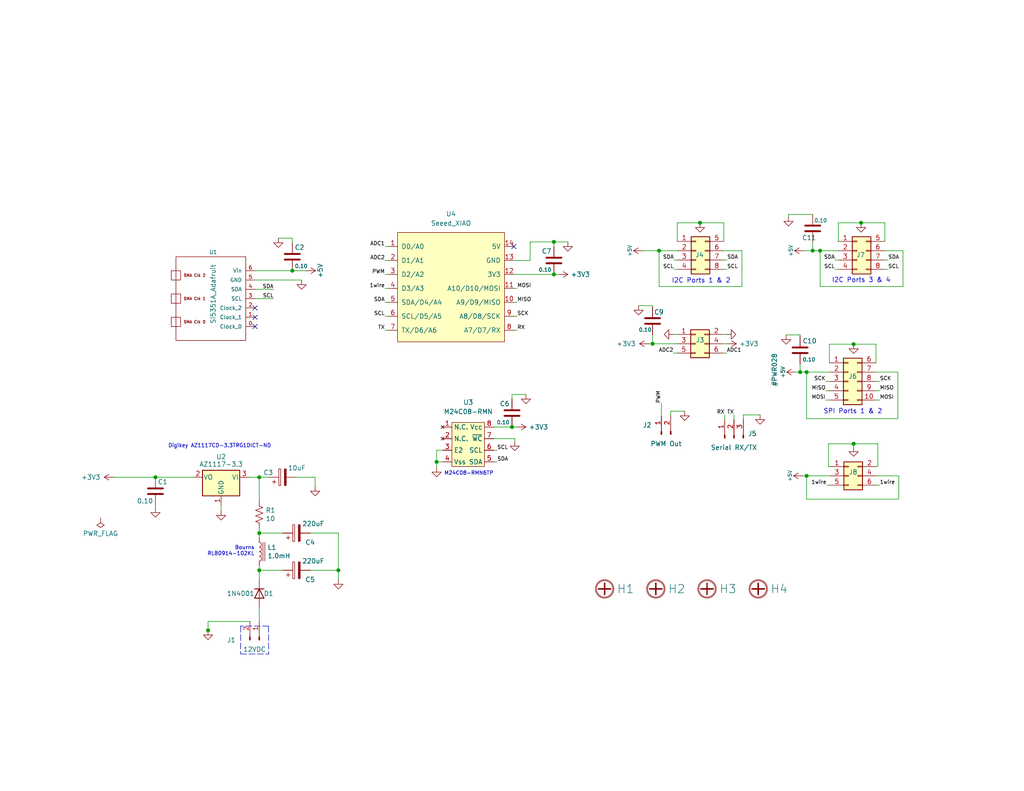
<source format=kicad_sch>
(kicad_sch (version 20211123) (generator eeschema)
  (paper "A")
  (title_block (title "UDVBM-1 Universal Digital VFO/BFO Motherboard") (date "2022-03-20") (rev "C"))
  (lib_symbols
    (symbol "Conn_02x03_Odd_Even_1" (pin_names (offset 1.016) hide)
      (property "Reference" "J17" (at 1.27 6.096 0))
      (property "Value" "Conn_02x03_Odd_Even_1" (at 1.27 -6.096 0))
      (symbol "Conn_02x03_Odd_Even_1_1_1"
        (rectangle (start -1.27 -2.413) (end 0 -2.667) (stroke (width 0.1524)))
        (rectangle (start -1.27 0.127) (end 0 -0.127) (stroke (width 0.1524)))
        (rectangle (start -1.27 2.667) (end 0 2.413) (stroke (width 0.1524)))
        (rectangle (start -1.27 3.81) (end 3.81 -3.81) (stroke (width 0.254)) (fill (type background)))
        (rectangle (start 3.81 -2.413) (end 2.54 -2.667) (stroke (width 0.1524)))
        (rectangle (start 3.81 0.127) (end 2.54 -0.127) (stroke (width 0.1524)))
        (rectangle (start 3.81 2.667) (end 2.54 2.413) (stroke (width 0.1524)))
        (pin passive line (at -5.08 2.54 0) (length 3.81) (name "Pin_1") (number "1"))
        (pin passive line (at 7.62 2.54 180) (length 3.81) (name "Pin_2") (number "2"))
        (pin passive line (at -5.08 0 0) (length 3.81) (name "Pin_3") (number "3"))
        (pin passive line (at 7.62 0 180) (length 3.81) (name "Pin_4") (number "4"))
        (pin passive line (at -5.08 -2.54 0) (length 3.81) (name "Pin_5") (number "5"))
        (pin passive line (at 7.62 -2.54 180) (length 3.81) (name "Pin_6") (number "6"))
      )
    )
    (symbol "Connector:Conn_01x02_Male" (pin_names (offset 1.016) hide)
      (property "Reference" "J" (at 0 2.54 0))
      (property "Value" "Conn_01x02_Male" (at 0 -5.08 0))
      (symbol "Conn_01x02_Male_1_1"
        (polyline (pts (xy 1.27 -2.54) (xy 0.8636 -2.54)) (stroke (width 0.1524)))
        (polyline (pts (xy 1.27 0) (xy 0.8636 0)) (stroke (width 0.1524)))
        (rectangle (start 0.8636 -2.413) (end 0 -2.667) (stroke (width 0.1524)) (fill (type outline)))
        (rectangle (start 0.8636 0.127) (end 0 -0.127) (stroke (width 0.1524)) (fill (type outline)))
        (pin passive line (at 5.08 0 180) (length 3.81) (name "Pin_1") (number "1"))
        (pin passive line (at 5.08 -2.54 180) (length 3.81) (name "Pin_2") (number "2"))
      )
    )
    (symbol "Connector:Conn_01x03_Male" (pin_names (offset 1.016) hide)
      (property "Reference" "J" (at 0 5.08 0))
      (property "Value" "Conn_01x03_Male" (at 0 -5.08 0))
      (symbol "Conn_01x03_Male_1_1"
        (polyline (pts (xy 1.27 -2.54) (xy 0.8636 -2.54)) (stroke (width 0.1524)))
        (polyline (pts (xy 1.27 0) (xy 0.8636 0)) (stroke (width 0.1524)))
        (polyline (pts (xy 1.27 2.54) (xy 0.8636 2.54)) (stroke (width 0.1524)))
        (rectangle (start 0.8636 -2.413) (end 0 -2.667) (stroke (width 0.1524)) (fill (type outline)))
        (rectangle (start 0.8636 0.127) (end 0 -0.127) (stroke (width 0.1524)) (fill (type outline)))
        (rectangle (start 0.8636 2.667) (end 0 2.413) (stroke (width 0.1524)) (fill (type outline)))
        (pin passive line (at 5.08 2.54 180) (length 3.81) (name "Pin_1") (number "1"))
        (pin passive line (at 5.08 0 180) (length 3.81) (name "Pin_2") (number "2"))
        (pin passive line (at 5.08 -2.54 180) (length 3.81) (name "Pin_3") (number "3"))
      )
    )
    (symbol "Connector_Generic:Conn_02x04_Top_Bottom" (pin_names (offset 1.016) hide)
      (property "Reference" "J" (at 1.27 5.08 0))
      (property "Value" "Conn_02x04_Top_Bottom" (at 1.27 -7.62 0))
      (symbol "Conn_02x04_Top_Bottom_1_1"
        (rectangle (start -1.27 -4.953) (end 0 -5.207) (stroke (width 0.1524)))
        (rectangle (start -1.27 -2.413) (end 0 -2.667) (stroke (width 0.1524)))
        (rectangle (start -1.27 0.127) (end 0 -0.127) (stroke (width 0.1524)))
        (rectangle (start -1.27 2.667) (end 0 2.413) (stroke (width 0.1524)))
        (rectangle (start -1.27 3.81) (end 3.81 -6.35) (stroke (width 0.254)) (fill (type background)))
        (rectangle (start 3.81 -4.953) (end 2.54 -5.207) (stroke (width 0.1524)))
        (rectangle (start 3.81 -2.413) (end 2.54 -2.667) (stroke (width 0.1524)))
        (rectangle (start 3.81 0.127) (end 2.54 -0.127) (stroke (width 0.1524)))
        (rectangle (start 3.81 2.667) (end 2.54 2.413) (stroke (width 0.1524)))
        (pin passive line (at -5.08 2.54 0) (length 3.81) (name "Pin_1") (number "1"))
        (pin passive line (at -5.08 0 0) (length 3.81) (name "Pin_2") (number "2"))
        (pin passive line (at -5.08 -2.54 0) (length 3.81) (name "Pin_3") (number "3"))
        (pin passive line (at -5.08 -5.08 0) (length 3.81) (name "Pin_4") (number "4"))
        (pin passive line (at 7.62 2.54 180) (length 3.81) (name "Pin_5") (number "5"))
        (pin passive line (at 7.62 0 180) (length 3.81) (name "Pin_6") (number "6"))
        (pin passive line (at 7.62 -2.54 180) (length 3.81) (name "Pin_7") (number "7"))
        (pin passive line (at 7.62 -5.08 180) (length 3.81) (name "Pin_8") (number "8"))
      )
    )
    (symbol "Connector_Generic:Conn_02x05_Top_Bottom" (pin_names (offset 1.016) hide)
      (property "Reference" "J" (at 1.27 7.62 0))
      (property "Value" "Conn_02x05_Top_Bottom" (at 1.27 -7.62 0))
      (symbol "Conn_02x05_Top_Bottom_1_1"
        (rectangle (start -1.27 -4.953) (end 0 -5.207) (stroke (width 0.1524)))
        (rectangle (start -1.27 -2.413) (end 0 -2.667) (stroke (width 0.1524)))
        (rectangle (start -1.27 0.127) (end 0 -0.127) (stroke (width 0.1524)))
        (rectangle (start -1.27 2.667) (end 0 2.413) (stroke (width 0.1524)))
        (rectangle (start -1.27 5.207) (end 0 4.953) (stroke (width 0.1524)))
        (rectangle (start -1.27 6.35) (end 3.81 -6.35) (stroke (width 0.254)) (fill (type background)))
        (rectangle (start 3.81 -4.953) (end 2.54 -5.207) (stroke (width 0.1524)))
        (rectangle (start 3.81 -2.413) (end 2.54 -2.667) (stroke (width 0.1524)))
        (rectangle (start 3.81 0.127) (end 2.54 -0.127) (stroke (width 0.1524)))
        (rectangle (start 3.81 2.667) (end 2.54 2.413) (stroke (width 0.1524)))
        (rectangle (start 3.81 5.207) (end 2.54 4.953) (stroke (width 0.1524)))
        (pin passive line (at -5.08 5.08 0) (length 3.81) (name "Pin_1") (number "1"))
        (pin passive line (at 7.62 -5.08 180) (length 3.81) (name "Pin_10") (number "10"))
        (pin passive line (at -5.08 2.54 0) (length 3.81) (name "Pin_2") (number "2"))
        (pin passive line (at -5.08 0 0) (length 3.81) (name "Pin_3") (number "3"))
        (pin passive line (at -5.08 -2.54 0) (length 3.81) (name "Pin_4") (number "4"))
        (pin passive line (at -5.08 -5.08 0) (length 3.81) (name "Pin_5") (number "5"))
        (pin passive line (at 7.62 5.08 180) (length 3.81) (name "Pin_6") (number "6"))
        (pin passive line (at 7.62 2.54 180) (length 3.81) (name "Pin_7") (number "7"))
        (pin passive line (at 7.62 0 180) (length 3.81) (name "Pin_8") (number "8"))
        (pin passive line (at 7.62 -2.54 180) (length 3.81) (name "Pin_9") (number "9"))
      )
    )
    (symbol "Device:C" (pin_numbers hide) (pin_names (offset 0.254))
      (property "Reference" "C" (at 0.635 2.54 0))
      (property "Value" "C" (at 0.635 -2.54 0))
      (symbol "C_0_1"
        (polyline (pts (xy -2.032 -0.762) (xy 2.032 -0.762)) (stroke (width 0.508)))
        (polyline (pts (xy -2.032 0.762) (xy 2.032 0.762)) (stroke (width 0.508)))
      )
      (symbol "C_1_1"
        (pin passive line (at 0 3.81 270) (length 2.794) (name "~") (number "1"))
        (pin passive line (at 0 -3.81 90) (length 2.794) (name "~") (number "2"))
      )
    )
    (symbol "Device:CP" (pin_numbers hide) (pin_names (offset 0.254))
      (property "Reference" "C" (at 0.635 2.54 0))
      (property "Value" "Device_CP" (at 0.635 -2.54 0))
      (symbol "CP_0_1"
        (rectangle (start -2.286 0.508) (end 2.286 1.016))
        (polyline (pts (xy -1.778 2.286) (xy -0.762 2.286)))
        (polyline (pts (xy -1.27 2.794) (xy -1.27 1.778)))
        (rectangle (start 2.286 -0.508) (end -2.286 -1.016) (fill (type outline)))
      )
      (symbol "CP_1_1"
        (pin passive line (at 0 3.81 270) (length 2.794) (name "~") (number "1"))
        (pin passive line (at 0 -3.81 90) (length 2.794) (name "~") (number "2"))
      )
    )
    (symbol "Device:D" (pin_numbers hide) (pin_names (offset 1.016) hide)
      (property "Reference" "D" (at 0 2.54 0))
      (property "Value" "D" (at 0 -2.54 0))
      (symbol "D_0_1"
        (polyline (pts (xy -1.27 1.27) (xy -1.27 -1.27)) (stroke (width 0.254)))
        (polyline (pts (xy 1.27 0) (xy -1.27 0)))
        (polyline (pts (xy 1.27 1.27) (xy 1.27 -1.27) (xy -1.27 0) (xy 1.27 1.27)) (stroke (width 0.254)))
      )
      (symbol "D_1_1"
        (pin passive line (at -3.81 0 0) (length 2.54) (name "K") (number "1"))
        (pin passive line (at 3.81 0 180) (length 2.54) (name "A") (number "2"))
      )
    )
    (symbol "K7TFC:Conn_02x03_Odd_Even" (pin_names (offset 1.016) hide)
      (property "Reference" "J17" (at 1.27 6.096 0))
      (property "Value" "Arduino Pins" (at 1.27 -6.096 0))
      (symbol "Conn_02x03_Odd_Even_1_1"
        (rectangle (start -1.27 -2.413) (end 0 -2.667) (stroke (width 0.1524)))
        (rectangle (start -1.27 0.127) (end 0 -0.127) (stroke (width 0.1524)))
        (rectangle (start -1.27 2.667) (end 0 2.413) (stroke (width 0.1524)))
        (rectangle (start -1.27 3.81) (end 3.81 -3.81) (stroke (width 0.254)) (fill (type background)))
        (rectangle (start 3.81 -2.413) (end 2.54 -2.667) (stroke (width 0.1524)))
        (rectangle (start 3.81 0.127) (end 2.54 -0.127) (stroke (width 0.1524)))
        (rectangle (start 3.81 2.667) (end 2.54 2.413) (stroke (width 0.1524)))
        (pin passive line (at -5.08 2.54 0) (length 3.81) (name "Pin_1") (number "1"))
        (pin passive line (at 7.62 2.54 180) (length 3.81) (name "Pin_2") (number "2"))
        (pin passive line (at -5.08 0 0) (length 3.81) (name "Pin_3") (number "3"))
        (pin passive line (at 7.62 0 180) (length 3.81) (name "Pin_4") (number "4"))
        (pin passive line (at -5.08 -2.54 0) (length 3.81) (name "Pin_5") (number "5"))
        (pin passive line (at 7.62 -2.54 180) (length 3.81) (name "Pin_6") (number "6"))
      )
    )
    (symbol "K7TFC:Seeed_XIAO" (pin_names (offset 1.016))
      (property "Reference" "U" (at -3.175 10.16 0))
      (property "Value" "Seeed_XIAO" (at -3.175 7.62 0))
      (symbol "Seeed_XIAO_0_1"
        (rectangle (start -19.05 15.24) (end 10.16 -14.605) (fill (type background)))
      )
      (symbol "Seeed_XIAO_1_1"
        (pin bidirectional line (at -21.59 11.43 0) (length 2.54) (name "D0/A0") (number "1"))
        (pin bidirectional line (at 12.7 -3.81 180) (length 2.54) (name "A9/D9/MISO") (number "10"))
        (pin bidirectional line (at 12.7 0 180) (length 2.54) (name "A10/D10/MOSI") (number "11"))
        (pin power_in line (at 12.7 3.81 180) (length 2.54) (name "3V3") (number "12"))
        (pin power_in line (at 12.7 7.62 180) (length 2.54) (name "GND") (number "13"))
        (pin power_in line (at 12.7 11.43 180) (length 2.54) (name "5V") (number "14"))
        (pin bidirectional line (at -21.59 7.62 0) (length 2.54) (name "D1/A1") (number "2"))
        (pin bidirectional line (at -21.59 3.81 0) (length 2.54) (name "D2/A2") (number "3"))
        (pin bidirectional line (at -21.59 0 0) (length 2.54) (name "D3/A3") (number "4"))
        (pin bidirectional line (at -21.59 -3.81 0) (length 2.54) (name "SDA/D4/A4") (number "5"))
        (pin bidirectional line (at -21.59 -7.62 0) (length 2.54) (name "SCL/D5/A5") (number "6"))
        (pin bidirectional line (at -21.59 -11.43 0) (length 2.54) (name "TX/D6/A6") (number "7"))
        (pin bidirectional line (at 12.7 -11.43 180) (length 2.54) (name "A7/D7/RX") (number "8"))
        (pin bidirectional line (at 12.7 -7.62 180) (length 2.54) (name "A8/D8/SCK") (number "9"))
      )
    )
    (symbol "K7TFC_Hardware:Mounting_Hole_4-40" (pin_names (offset 1.016))
      (property "Reference" "H" (at 0 -4.826 0))
      (symbol "Mounting_Hole_4-40_0_1"
        (polyline (pts (xy -0.127 1.651) (xy -0.127 -1.651)))
        (polyline (pts (xy 0.127 1.651) (xy 0.127 -1.651)))
        (polyline (pts (xy 1.778 -0.127) (xy -1.778 -0.127)))
        (polyline (pts (xy 1.778 0) (xy -1.778 0)))
        (polyline (pts (xy 1.778 0.127) (xy -1.778 0.127)))
        (polyline (pts (xy 0 1.651) (xy 0 -1.524) (xy 0 -1.651)))
        (circle (center 0 0) (radius 2.2352))
        (circle (center 0 0) (radius 2.5146))
      )
    )
    (symbol "K7TFC_ICs:M24C08-RMN"
      (property "Reference" "U" (at 0 9.525 0))
      (property "Value" "M24C08-RMN" (at 0 7.62 0))
      (symbol "M24C08-RMN_0_1"
        (rectangle (start -4.445 5.715) (end 4.445 -6.35) (fill (type background)))
      )
      (symbol "M24C08-RMN_1_1"
        (pin no_connect line (at -6.985 4.445 0) (length 2.54) (name "N.C.") (number "1"))
        (pin no_connect line (at -6.985 1.27 0) (length 2.54) (name "N.C.") (number "2"))
        (pin input line (at -6.985 -1.905 0) (length 2.54) (name "E2") (number "3"))
        (pin power_in line (at -6.985 -5.08 0) (length 2.54) (name "Vss") (number "4"))
        (pin bidirectional line (at 6.985 -5.08 180) (length 2.54) (name "SDA") (number "5"))
        (pin input line (at 6.985 -1.905 180) (length 2.54) (name "SCL") (number "6"))
        (pin input line (at 6.985 1.27 180) (length 2.54) (name "~{WC}") (number "7"))
        (pin power_in line (at 6.985 4.445 180) (length 2.54) (name "Vcc") (number "8"))
      )
    )
    (symbol "K7TFC_Passives:L" (pin_numbers hide) (pin_names (offset 1.016) hide)
      (property "Reference" "L" (at -1.778 0 0))
      (property "Value" "K7TFC_Passives_L" (at 3.048 0 0))
      (symbol "L_0_1"
        (arc (start 0 -2.54) (mid 0.635 -1.905) (end 0 -1.27))
        (arc (start 0 -1.27) (mid 0.635 -0.635) (end 0 0))
        (polyline (pts (xy 1.016 2.54) (xy 1.016 -2.54)))
        (polyline (pts (xy 1.524 2.54) (xy 1.524 -2.54)))
        (arc (start 0 0) (mid 0.635 0.635) (end 0 1.27))
        (arc (start 0 1.27) (mid 0.635 1.905) (end 0 2.54))
      )
      (symbol "L_1_1"
        (pin passive line (at 0 3.81 270) (length 1.27) (name "1") (number "1"))
        (pin passive line (at 0 -3.81 90) (length 1.27) (name "2") (number "2"))
      )
    )
    (symbol "K7TFC_Passives:R_US" (pin_numbers hide) (pin_names (offset 0))
      (property "Reference" "R" (at 2.54 0 90))
      (property "Value" "K7TFC_Passives_R_US" (at -2.54 0 90))
      (symbol "R_US_0_1"
        (polyline (pts (xy 0 -2.286) (xy 0 -2.54)))
        (polyline (pts (xy 0 2.286) (xy 0 2.54)))
        (polyline (pts (xy 0 -0.762) (xy 1.016 -1.143) (xy 0 -1.524) (xy -1.016 -1.905) (xy 0 -2.286)))
        (polyline (pts (xy 0 0.762) (xy 1.016 0.381) (xy 0 0) (xy -1.016 -0.381) (xy 0 -0.762)))
        (polyline (pts (xy 0 2.286) (xy 1.016 1.905) (xy 0 1.524) (xy -1.016 1.143) (xy 0 0.762)))
      )
      (symbol "R_US_1_1"
        (pin passive line (at 0 3.81 270) (length 1.27) (name "~") (number "1"))
        (pin passive line (at 0 -3.81 90) (length 1.27) (name "~") (number "2"))
      )
    )
    (symbol "Regulator_Linear:AZ1117-3.3" (pin_names (offset 0.254))
      (property "Reference" "U2" (at 0 5.588 0))
      (property "Value" "AZ1117-3.3" (at 0 3.556 0))
      (symbol "AZ1117-3.3_0_1"
        (rectangle (start -5.08 1.905) (end 5.08 -5.08) (stroke (width 0.254)) (fill (type background)))
      )
      (symbol "AZ1117-3.3_1_1"
        (pin bidirectional line (at 0 -7.62 90) (length 2.54) (name "GND") (number "1"))
        (pin bidirectional line (at 7.62 0 180) (length 2.54) (name "VO") (number "2"))
        (pin bidirectional line (at -7.62 0 0) (length 2.54) (name "VI") (number "3"))
      )
    )
    (symbol "UDVBM-1-rescue:Si5351A_Adafruit-K7TFC-bitx40_vfo-rescue" (pin_names (offset 1.016))
      (property "Reference" "U" (at 3.81 3.81 0))
      (property "Value" "Si5351A_Adafruit-K7TFC-bitx40_vfo-rescue" (at 3.81 -7.62 90))
      (symbol "Si5351A_Adafruit-K7TFC-bitx40_vfo-rescue_0_0"
        (text "SMA Clk 0" (at -1.27 -15.24 0) (effects (font (size 0.762 0.762))))
        (text "SMA Clk 1" (at -1.27 -8.89 0) (effects (font (size 0.762 0.762))))
        (text "SMA Clk 2" (at -1.27 -2.54 0) (effects (font (size 0.762 0.762))))
      )
      (symbol "Si5351A_Adafruit-K7TFC-bitx40_vfo-rescue_0_1"
        (rectangle (start -7.62 -13.97) (end -5.08 -16.51))
        (rectangle (start -7.62 -7.62) (end -5.08 -10.16))
        (rectangle (start -5.08 -1.27) (end -7.62 -3.81))
        (rectangle (start 12.7 2.54) (end -6.35 -20.32))
      )
      (symbol "Si5351A_Adafruit-K7TFC-bitx40_vfo-rescue_1_1"
        (pin output line (at 15.24 -16.51 180) (length 2.54) (name "Clock_0") (number "0"))
        (pin output line (at 15.24 -13.97 180) (length 2.54) (name "Clock_1") (number "1"))
        (pin output line (at 15.24 -11.43 180) (length 2.54) (name "Clock_2") (number "2"))
        (pin bidirectional line (at 15.24 -8.89 180) (length 2.54) (name "SCL") (number "3"))
        (pin bidirectional line (at 15.24 -6.35 180) (length 2.54) (name "SDA") (number "4"))
        (pin power_in line (at 15.24 -3.81 180) (length 2.54) (name "GND") (number "5"))
        (pin power_in line (at 15.24 -1.27 180) (length 2.54) (name "Vin") (number "6"))
      )
    )
    (symbol "power:+3.3V" (power) (pin_names (offset 0))
      (property "Value" "+3.3V" (at 0 3.556 0))
      (symbol "+3.3V_0_1"
        (polyline (pts (xy -0.762 1.27) (xy 0 2.54)))
        (polyline (pts (xy 0 0) (xy 0 2.54)))
        (polyline (pts (xy 0 2.54) (xy 0.762 1.27)))
      )
      (symbol "+3.3V_1_1"
        (pin power_in line (at 0 0 90) (length 0) hide (name "+3V3") (number "1"))
      )
    )
    (symbol "power:+5V" (power) (pin_names (offset 0))
      (property "Value" "+5V" (at 0 3.556 0))
      (symbol "+5V_0_1"
        (polyline (pts (xy -0.762 1.27) (xy 0 2.54)))
        (polyline (pts (xy 0 0) (xy 0 2.54)))
        (polyline (pts (xy 0 2.54) (xy 0.762 1.27)))
      )
      (symbol "+5V_1_1"
        (pin power_in line (at 0 0 90) (length 0) hide (name "+5V") (number "1"))
      )
    )
    (symbol "power:GND" (power) (pin_names (offset 0))
      (property "Value" "GND" (at 0 -3.81 0))
      (symbol "GND_0_1"
        (polyline (pts (xy 0 0) (xy 0 -1.27) (xy 1.27 -1.27) (xy 0 -2.54) (xy -1.27 -1.27) (xy 0 -1.27)))
      )
      (symbol "GND_1_1"
        (pin power_in line (at 0 0 270) (length 0) hide (name "GND") (number "1"))
      )
    )
    (symbol "power:PWR_FLAG" (power) (pin_numbers hide) (pin_names (offset 0) hide)
      (property "Value" "PWR_FLAG" (at 0 3.81 0))
      (symbol "PWR_FLAG_0_0"
        (pin power_out line (at 0 0 90) (length 0) (name "pwr") (number "1"))
      )
      (symbol "PWR_FLAG_0_1"
        (polyline (pts (xy 0 0) (xy 0 1.27) (xy -1.016 1.905) (xy 0 2.54) (xy 1.016 1.905) (xy 0 1.27)))
      )
    )
  )
  (junction (at 139.7 116.586))
  (junction (at 221.742 68.453))
  (junction (at 79.756 73.914))
  (junction (at 178.054 93.853))
  (junction (at 151.13 74.93))
  (junction (at 232.918 121.158))
  (junction (at 220.091 129.921))
  (junction (at 56.769 172.085))
  (junction (at 220.091 101.6))
  (junction (at 232.918 93.98))
  (junction (at 70.739 145.542))
  (junction (at 179.832 68.453))
  (junction (at 223.774 68.453))
  (junction (at 151.13 66.04))
  (junction (at 70.739 155.702))
  (junction (at 218.313 101.6))
  (junction (at 234.95 60.833))
  (junction (at 70.739 130.302))
  (junction (at 92.329 155.702))
  (junction (at 42.418 130.302))
  (junction (at 191.008 60.833))
  (junction (at 119.126 126.111))
  (no_connect (at 69.596 89.154))
  (no_connect (at 140.208 67.31))
  (no_connect (at 69.596 84.074))
  (no_connect (at 69.596 86.614))
  (wire (pts (xy 183.007 112.268) (xy 186.817 112.268)))
  (wire (pts (xy 105.029 90.17) (xy 105.918 90.17)))
  (wire (pts (xy 178.054 91.44) (xy 178.054 93.853)))
  (wire (pts (xy 134.747 119.761) (xy 140.462 119.761)))
  (wire (pts (xy 226.06 121.158) (xy 232.918 121.158)))
  (wire (pts (xy 228.727 60.833) (xy 234.95 60.833)))
  (wire (pts (xy 239.014 104.14) (xy 240.03 104.14)))
  (wire (pts (xy 56.769 169.672) (xy 56.769 172.085)))
  (wire (pts (xy 221.742 66.167) (xy 221.742 68.453)))
  (wire (pts (xy 207.391 113.284) (xy 202.819 113.284)))
  (wire (pts (xy 139.7 107.696) (xy 143.51 107.696)))
  (wire (pts (xy 239.141 132.461) (xy 240.03 132.461)))
  (wire (pts (xy 73.279 130.302) (xy 70.739 130.302)))
  (wire (pts (xy 105.029 71.12) (xy 105.918 71.12)))
  (wire (pts (xy 241.427 68.453) (xy 246.38 68.453)))
  (wire (pts (xy 197.485 70.993) (xy 198.374 70.993)))
  (wire (pts (xy 241.427 70.993) (xy 242.316 70.993)))
  (wire (pts (xy 139.7 107.696) (xy 139.7 108.966)))
  (wire (pts (xy 217.17 101.6) (xy 218.313 101.6)))
  (wire (pts (xy 244.983 114.3) (xy 220.091 114.3)))
  (wire (pts (xy 225.552 132.461) (xy 226.441 132.461)))
  (wire (pts (xy 69.596 76.454) (xy 82.296 76.454)))
  (wire (pts (xy 70.739 130.302) (xy 70.739 136.652)))
  (wire (pts (xy 105.029 78.74) (xy 105.918 78.74)))
  (wire (pts (xy 79.756 65.024) (xy 75.946 65.024)))
  (wire (pts (xy 220.091 114.3) (xy 220.091 101.6)))
  (wire (pts (xy 77.089 155.702) (xy 70.739 155.702)))
  (wire (pts (xy 67.945 130.302) (xy 70.739 130.302)))
  (wire (pts (xy 220.091 101.6) (xy 226.314 101.6)))
  (wire (pts (xy 183.896 70.993) (xy 184.785 70.993)))
  (wire (pts (xy 140.208 90.17) (xy 141.097 90.17)))
  (wire (pts (xy 239.522 127.381) (xy 239.141 127.381)))
  (wire (pts (xy 220.091 136.271) (xy 220.091 129.921)))
  (wire (pts (xy 92.329 145.542) (xy 92.329 155.702)))
  (wire (pts (xy 151.13 66.04) (xy 151.13 67.31)))
  (wire (pts (xy 105.029 74.93) (xy 105.918 74.93)))
  (wire (pts (xy 70.739 155.702) (xy 70.739 158.242)))
  (wire (pts (xy 197.485 60.833) (xy 191.008 60.833)))
  (wire (pts (xy 183.896 73.533) (xy 184.785 73.533)))
  (wire (pts (xy 227.838 70.993) (xy 228.727 70.993)))
  (wire (pts (xy 239.014 99.06) (xy 239.014 93.98)))
  (wire (pts (xy 70.739 144.272) (xy 70.739 145.542)))
  (wire (pts (xy 105.029 67.31) (xy 105.918 67.31)))
  (wire (pts (xy 221.742 68.453) (xy 223.774 68.453)))
  (wire (pts (xy 80.899 130.302) (xy 85.979 130.302)))
  (wire (pts (xy 144.653 71.12) (xy 144.653 66.04)))
  (wire (pts (xy 92.329 155.702) (xy 92.329 158.242)))
  (wire (pts (xy 241.427 60.833) (xy 234.95 60.833)))
  (wire (pts (xy 223.774 68.453) (xy 228.727 68.453)))
  (wire (pts (xy 239.014 106.68) (xy 240.03 106.68)))
  (wire (pts (xy 79.756 65.024) (xy 79.756 66.294)))
  (wire (pts (xy 197.358 93.853) (xy 198.374 93.853)))
  (wire (pts (xy 178.054 93.853) (xy 184.658 93.853)))
  (wire (pts (xy 70.739 154.432) (xy 70.739 155.702)))
  (wire (pts (xy 232.918 121.158) (xy 232.918 122.047)))
  (wire (pts (xy 226.441 127.381) (xy 226.06 127.381)))
  (wire (pts (xy 151.13 74.93) (xy 152.4 74.93)))
  (wire (pts (xy 84.709 145.542) (xy 92.329 145.542)))
  (wire (pts (xy 140.462 119.761) (xy 140.462 120.523)))
  (wire (pts (xy 140.208 78.74) (xy 141.097 78.74)))
  (wire (pts (xy 239.014 109.22) (xy 240.03 109.22)))
  (wire (pts (xy 220.091 129.921) (xy 226.441 129.921)))
  (wire (pts (xy 197.358 91.313) (xy 198.247 91.313)))
  (wire (pts (xy 134.747 126.111) (xy 135.636 126.111)))
  (wire (pts (xy 105.029 86.36) (xy 105.918 86.36)))
  (wire (pts (xy 144.653 66.04) (xy 151.13 66.04)))
  (wire (pts (xy 246.38 68.453) (xy 246.38 78.232)))
  (wire (pts (xy 77.089 145.542) (xy 70.739 145.542)))
  (wire (pts (xy 42.418 137.922) (xy 42.418 138.684)))
  (wire (pts (xy 120.777 122.936) (xy 119.126 122.936)))
  (wire (pts (xy 151.13 66.04) (xy 154.94 66.04)))
  (polyline (pts (xy 65.659 170.942) (xy 65.659 178.562)))
  (wire (pts (xy 225.298 106.68) (xy 226.314 106.68)))
  (wire (pts (xy 56.769 172.085) (xy 56.769 172.212)))
  (wire (pts (xy 119.126 127.635) (xy 119.126 126.111)))
  (wire (pts (xy 56.769 169.672) (xy 68.199 169.672)))
  (wire (pts (xy 202.438 68.453) (xy 202.438 78.232)))
  (wire (pts (xy 85.979 130.302) (xy 85.979 132.842)))
  (wire (pts (xy 245.237 136.271) (xy 220.091 136.271)))
  (wire (pts (xy 218.313 101.6) (xy 220.091 101.6)))
  (wire (pts (xy 197.485 73.533) (xy 198.374 73.533)))
  (wire (pts (xy 30.988 130.302) (xy 42.418 130.302)))
  (wire (pts (xy 202.438 78.232) (xy 179.832 78.232)))
  (wire (pts (xy 105.029 82.55) (xy 105.918 82.55)))
  (wire (pts (xy 42.418 130.302) (xy 52.705 130.302)))
  (wire (pts (xy 175.387 68.453) (xy 179.832 68.453)))
  (wire (pts (xy 221.742 58.547) (xy 215.138 58.547)))
  (wire (pts (xy 140.208 86.36) (xy 141.097 86.36)))
  (wire (pts (xy 226.06 127.381) (xy 226.06 121.158)))
  (wire (pts (xy 177.038 93.853) (xy 178.054 93.853)))
  (wire (pts (xy 227.838 73.533) (xy 228.727 73.533)))
  (wire (pts (xy 180.467 110.109) (xy 180.467 113.538)))
  (wire (pts (xy 218.313 99.441) (xy 218.313 101.6)))
  (wire (pts (xy 244.983 101.6) (xy 244.983 114.3)))
  (polyline (pts (xy 73.279 170.942) (xy 73.279 178.562)))
  (wire (pts (xy 178.054 83.439) (xy 178.054 83.82)))
  (wire (pts (xy 239.014 101.6) (xy 244.983 101.6)))
  (wire (pts (xy 184.785 65.913) (xy 184.785 60.833)))
  (wire (pts (xy 197.358 96.393) (xy 198.247 96.393)))
  (wire (pts (xy 119.126 126.111) (xy 120.777 126.111)))
  (wire (pts (xy 232.918 93.98) (xy 226.314 93.98)))
  (wire (pts (xy 197.485 65.913) (xy 197.485 60.833)))
  (wire (pts (xy 140.208 71.12) (xy 144.653 71.12)))
  (wire (pts (xy 178.054 83.439) (xy 174.244 83.439)))
  (wire (pts (xy 69.596 78.994) (xy 74.676 78.994)))
  (wire (pts (xy 219.075 129.921) (xy 220.091 129.921)))
  (wire (pts (xy 225.298 104.14) (xy 226.314 104.14)))
  (polyline (pts (xy 65.659 178.562) (xy 73.279 178.562)))
  (wire (pts (xy 197.485 68.453) (xy 202.438 68.453)))
  (wire (pts (xy 226.314 93.98) (xy 226.314 99.06)))
  (wire (pts (xy 218.313 91.44) (xy 214.503 91.44)))
  (wire (pts (xy 241.427 65.913) (xy 241.427 60.833)))
  (wire (pts (xy 197.739 113.284) (xy 197.739 114.554)))
  (wire (pts (xy 228.727 65.913) (xy 228.727 60.833)))
  (wire (pts (xy 84.709 155.702) (xy 92.329 155.702)))
  (wire (pts (xy 70.739 165.862) (xy 70.739 169.672)))
  (wire (pts (xy 183.769 91.313) (xy 184.658 91.313)))
  (wire (pts (xy 139.7 116.586) (xy 140.97 116.586)))
  (wire (pts (xy 184.785 60.833) (xy 191.008 60.833)))
  (wire (pts (xy 134.747 116.586) (xy 139.7 116.586)))
  (wire (pts (xy 60.325 137.922) (xy 60.325 139.446)))
  (polyline (pts (xy 73.279 170.942) (xy 65.659 170.942)))
  (wire (pts (xy 239.522 121.158) (xy 239.522 127.381)))
  (wire (pts (xy 218.313 91.44) (xy 218.313 91.821)))
  (wire (pts (xy 134.747 122.936) (xy 135.636 122.936)))
  (wire (pts (xy 239.014 93.98) (xy 232.918 93.98)))
  (wire (pts (xy 202.819 113.284) (xy 202.819 114.554)))
  (wire (pts (xy 219.329 68.453) (xy 221.742 68.453)))
  (wire (pts (xy 200.279 113.284) (xy 200.279 114.554)))
  (wire (pts (xy 179.832 78.232) (xy 179.832 68.453)))
  (wire (pts (xy 69.596 73.914) (xy 79.756 73.914)))
  (wire (pts (xy 183.769 96.393) (xy 184.658 96.393)))
  (wire (pts (xy 223.774 78.232) (xy 223.774 68.453)))
  (wire (pts (xy 140.208 82.55) (xy 141.097 82.55)))
  (wire (pts (xy 246.38 78.232) (xy 223.774 78.232)))
  (wire (pts (xy 179.832 68.453) (xy 184.785 68.453)))
  (wire (pts (xy 232.918 121.158) (xy 239.522 121.158)))
  (wire (pts (xy 119.126 122.936) (xy 119.126 126.111)))
  (wire (pts (xy 215.138 58.547) (xy 215.138 59.182)))
  (wire (pts (xy 245.237 129.921) (xy 245.237 136.271)))
  (wire (pts (xy 70.739 145.542) (xy 70.739 146.812)))
  (wire (pts (xy 69.596 81.534) (xy 74.676 81.534)))
  (wire (pts (xy 225.298 109.22) (xy 226.314 109.22)))
  (wire (pts (xy 79.756 73.914) (xy 83.566 73.914)))
  (wire (pts (xy 241.427 73.533) (xy 242.316 73.533)))
  (wire (pts (xy 183.007 113.538) (xy 183.007 112.268)))
  (wire (pts (xy 239.141 129.921) (xy 245.237 129.921)))
  (wire (pts (xy 140.208 74.93) (xy 151.13 74.93)))
  (text "I2C Ports 1 & 2" (at 183.261 77.47 0) (effects (font (size 1.27 1.27)) (justify left bottom)))
  (text "SPI Ports 1 & 2" (at 224.663 113.157 0) (effects (font (size 1.27 1.27)) (justify left bottom)))
  (text "Digikey AZ1117CD-3.3TRG1DICT-ND " (at 45.847 122.428 0) (effects (font (size 1.016 1.016)) (justify left bottom)))
  (text "Bourns\nRLB0914-102KL" (at 69.469 151.892 180) (effects (font (size 1.016 1.016)) (justify right bottom)))
  (text "M24C08-RMN6TP" (at 121.158 129.921 0) (effects (font (size 1.016 1.016)) (justify left bottom)))
  (text "I2C Ports 3 & 4" (at 226.949 77.343 0) (effects (font (size 1.27 1.27)) (justify left bottom)))
  (label "ADC2" (at 183.769 96.393 180) (effects (font (size 1.016 1.016))))
  (label "MOSI" (at 240.03 109.22 0) (effects (font (size 1.016 1.016))))
  (label "SDA" (at 183.896 70.993 180) (effects (font (size 1.016 1.016))))
  (label "ADC1" (at 198.247 96.393 0) (effects (font (size 1.016 1.016))))
  (label "SCL" (at 183.896 73.533 180) (effects (font (size 1.016 1.016))))
  (label "ADC1" (at 105.029 67.31 180) (effects (font (size 1.016 1.016))))
  (label "SDA" (at 198.374 70.993 0) (effects (font (size 1.016 1.016))))
  (label "SDA" (at 135.636 126.111 0) (effects (font (size 1.016 1.016))))
  (label "SCL" (at 242.316 73.533 0) (effects (font (size 1.016 1.016))))
  (label "1wire" (at 240.03 132.461 0) (effects (font (size 1.016 1.016))))
  (label "SCK" (at 141.097 86.36 0) (effects (font (size 1.016 1.016))))
  (label "TX" (at 200.279 113.284 180) (effects (font (size 1.016 1.016))))
  (label "MISO" (at 225.298 106.68 180) (effects (font (size 1.016 1.016))))
  (label "SCK" (at 240.03 104.14 0) (effects (font (size 1.016 1.016))))
  (label "SDA" (at 105.029 82.55 180) (effects (font (size 1.016 1.016))))
  (label "SCL" (at 227.838 73.533 180) (effects (font (size 1.016 1.016))))
  (label "RX" (at 141.097 90.17 0) (effects (font (size 1.016 1.016))))
  (label "MOSI" (at 225.298 109.22 180) (effects (font (size 1.016 1.016))))
  (label "TX" (at 105.029 90.17 180) (effects (font (size 1.016 1.016))))
  (label "1wire" (at 225.552 132.461 180) (effects (font (size 1.016 1.016))))
  (label "SCL" (at 135.636 122.936 0) (effects (font (size 1.016 1.016))))
  (label "MOSI" (at 141.097 78.74 0) (effects (font (size 1.016 1.016))))
  (label "MISO" (at 141.097 82.55 0) (effects (font (size 1.016 1.016))))
  (label "1wire" (at 105.029 78.74 180) (effects (font (size 1.016 1.016))))
  (label "SDA" (at 227.838 70.993 180) (effects (font (size 1.016 1.016))))
  (label "ADC2" (at 105.029 71.12 180) (effects (font (size 1.016 1.016))))
  (label "RX" (at 197.739 113.284 180) (effects (font (size 1.016 1.016))))
  (label "PWM" (at 180.467 110.109 90) (effects (font (size 1.016 1.016))))
  (label "SCL" (at 198.374 73.533 0) (effects (font (size 1.016 1.016))))
  (label "MISO" (at 240.03 106.68 0) (effects (font (size 1.016 1.016))))
  (label "SDA" (at 74.676 78.994 180) (effects (font (size 1.016 1.016))))
  (label "SCK" (at 225.298 104.14 180) (effects (font (size 1.016 1.016))))
  (label "SDA" (at 242.316 70.993 0) (effects (font (size 1.016 1.016))))
  (label "PWM" (at 105.029 74.93 180) (effects (font (size 1.016 1.016))))
  (label "SCL" (at 105.029 86.36 180) (effects (font (size 1.016 1.016))))
  (label "SCL" (at 74.676 81.534 180) (effects (font (size 1.016 1.016))))
  (symbol (lib_id "Connector:Conn_01x02_Male") (at 70.739 174.752 270) (mirror x) (unit 1)
    (property "Reference" "J1" (at 63.119 174.752 90))
    (property "Value" "12VDC" (at 69.469 177.292 90))
    (property "Footprint" "Connector_Molex:Molex_KK-254_AE-6410-02A_1x02_P2.54mm_Vertical" (effects hide))
  )
  (symbol (lib_id "Device:CP") (at 77.089 130.302 90) (unit 1)
    (property "Reference" "C3" (at 74.549 129.032 90) (effects (justify left)))
    (property "Value" "10uF" (at 83.439 127.762 90) (effects (justify left)))
    (property "Footprint" "Capacitor_THT:CP_Radial_D5.0mm_P2.00mm" (effects hide))
  )
  (symbol (lib_id "power:GND") (at 85.979 132.842 0) (unit 1)
    (property "Reference" "#PWR08" (effects hide))
    (property "Value" "GND" (effects hide))
  )
  (symbol (lib_id "power:GND") (at 60.325 139.446 0) (unit 1)
    (property "Reference" "#PWR04" (effects hide))
    (property "Value" "GND" (effects hide))
  )
  (symbol (lib_id "Device:C") (at 42.418 134.112 0) (unit 1)
    (property "Reference" "C1" (at 43.053 131.572 0) (effects (justify left)))
    (property "Value" "0.10" (at 37.338 136.779 0) (effects (justify left)))
    (property "Footprint" "Capacitor_THT:C_Disc_D5.0mm_W2.5mm_P2.50mm" (effects hide))
  )
  (symbol (lib_id "power:GND") (at 42.418 138.684 0) (unit 1)
    (property "Reference" "#PWR02" (effects hide))
    (property "Value" "GND" (effects hide))
  )
  (symbol (lib_id "power:GND") (at 56.769 172.085 0) (unit 1)
    (property "Reference" "#PWR03" (effects hide))
    (property "Value" "GND" (effects hide))
  )
  (symbol (lib_id "UDVBM-1-rescue:Si5351A_Adafruit-K7TFC-bitx40_vfo-rescue") (at 54.356 72.644 0) (unit 1)
    (property "Reference" "U1" (at 58.166 68.834 0) (effects (font (size 1.016 1.016))))
    (property "Value" "Si5351A_Adafruit" (at 58.166 80.264 90))
    (property "Footprint" "K7TFC_Modules:Si5351A_Adafruit" (effects hide))
  )
  (symbol (lib_id "power:GND") (at 82.296 76.454 0) (unit 1)
    (property "Reference" "#PWR06" (effects hide))
    (property "Value" "GND" (effects hide))
  )
  (symbol (lib_id "power:+5V") (at 83.566 73.914 270) (unit 1)
    (property "Reference" "#PWR07" (effects hide))
    (property "Value" "+3.3V" (at 87.376 73.914 0))
  )
  (symbol (lib_id "Device:C") (at 79.756 70.104 0) (unit 1)
    (property "Reference" "C2" (at 80.391 67.564 0) (effects (justify left)))
    (property "Value" "0.10" (at 80.391 72.644 0) (effects (font (size 1.016 1.016)) (justify left)))
    (property "Footprint" "Capacitor_THT:C_Disc_D5.0mm_W2.5mm_P2.50mm" (effects hide))
  )
  (symbol (lib_id "power:GND") (at 75.946 65.024 0) (mirror y) (unit 1)
    (property "Reference" "#PWR05" (effects hide))
    (property "Value" "GND" (effects hide))
  )
  (symbol (lib_id "Device:D") (at 70.739 162.052 270) (unit 1)
    (property "Reference" "D1" (at 73.279 162.052 90))
    (property "Value" "1N4001" (at 65.659 162.052 90))
    (property "Footprint" "Diode_THT:D_DO-41_SOD81_P2.54mm_Vertical_KathodeUp" (effects hide))
  )
  (symbol (lib_id "K7TFC_Passives:R_US") (at 70.739 140.462 180) (unit 1)
    (property "Reference" "R1" (at 72.4662 139.2936 0) (effects (justify right)))
    (property "Value" "10" (at 72.4662 141.605 0) (effects (justify right)))
    (property "Footprint" "Resistor_THT:R_Axial_DIN0207_L6.3mm_D2.5mm_P5.08mm_Vertical" (effects hide))
  )
  (symbol (lib_id "Device:CP") (at 80.899 155.702 90) (unit 1)
    (property "Reference" "C5" (at 85.979 158.242 90) (effects (justify left)))
    (property "Value" "220uF" (at 88.519 153.162 90) (effects (justify left)))
    (property "Footprint" "Capacitor_THT:CP_Radial_D5.0mm_P2.00mm" (effects hide))
  )
  (symbol (lib_id "K7TFC_Passives:L") (at 70.739 150.622 0) (unit 1)
    (property "Reference" "L1" (at 72.9742 149.4536 0) (effects (justify left)))
    (property "Value" "1.0mH" (at 72.9742 151.765 0) (effects (justify left)))
    (property "Footprint" "Inductor_THT:L_Radial_D8.7mm_P5.00mm_Fastron_07HCP" (effects hide))
  )
  (symbol (lib_id "Device:CP") (at 80.899 145.542 90) (unit 1)
    (property "Reference" "C4" (at 85.979 148.082 90) (effects (justify left)))
    (property "Value" "220uF" (at 88.519 143.002 90) (effects (justify left)))
    (property "Footprint" "Capacitor_THT:CP_Radial_D5.0mm_P2.00mm" (effects hide))
  )
  (symbol (lib_id "power:GND") (at 92.329 158.242 0) (unit 1)
    (property "Reference" "#PWR09" (effects hide))
    (property "Value" "GND" (effects hide))
  )
  (symbol (lib_id "power:GND") (at 232.918 93.98 0) (mirror y) (unit 1)
    (property "Reference" "#PWR032" (effects hide))
    (property "Value" "GND" (effects hide))
  )
  (symbol (lib_id "Connector:Conn_01x02_Male") (at 180.467 118.618 90) (unit 1)
    (property "Reference" "J2" (at 175.387 116.078 90) (effects (justify right)))
    (property "Value" "PWM Out" (at 181.737 121.158 90))
    (property "Footprint" "Connector_PinHeader_2.54mm:PinHeader_1x02_P2.54mm_Vertical" (effects hide))
  )
  (symbol (lib_id "power:GND") (at 186.817 112.268 0) (unit 1)
    (property "Reference" "#PWR021" (effects hide))
    (property "Value" "GND" (effects hide))
  )
  (symbol (lib_id "K7TFC_Hardware:Mounting_Hole_4-40") (at 164.973 160.782 0) (unit 1)
    (property "Reference" "H1" (at 168.1988 160.782 0) (effects (font (size 2.286 2.286)) (justify left)))
    (property "Value" "Mounting_Hole_4-40" (effects hide))
    (property "Footprint" "MountingHole:MountingHole_3.2mm_M3_Pad" (effects hide))
  )
  (symbol (lib_id "K7TFC_Hardware:Mounting_Hole_4-40") (at 178.943 160.782 0) (unit 1)
    (property "Reference" "H2" (at 182.1688 160.782 0) (effects (font (size 2.286 2.286)) (justify left)))
    (property "Value" "Mounting_Hole_4-40" (effects hide))
    (property "Footprint" "MountingHole:MountingHole_3.2mm_M3_Pad" (effects hide))
  )
  (symbol (lib_id "K7TFC_Hardware:Mounting_Hole_4-40") (at 192.913 160.782 0) (unit 1)
    (property "Reference" "H3" (at 196.1388 160.782 0) (effects (font (size 2.286 2.286)) (justify left)))
    (property "Value" "Mounting_Hole_4-40" (effects hide))
    (property "Footprint" "MountingHole:MountingHole_3.2mm_M3_Pad" (effects hide))
  )
  (symbol (lib_id "K7TFC_Hardware:Mounting_Hole_4-40") (at 206.883 160.782 0) (unit 1)
    (property "Reference" "H4" (at 210.1088 160.782 0) (effects (font (size 2.286 2.286)) (justify left)))
    (property "Value" "Mounting_Hole_4-40" (effects hide))
    (property "Footprint" "MountingHole:MountingHole_3.2mm_M3_Pad" (effects hide))
  )
  (symbol (lib_id "Device:C") (at 218.313 95.631 0) (unit 1)
    (property "Reference" "C10" (at 218.948 93.091 0) (effects (justify left)))
    (property "Value" "0.10" (at 218.948 98.171 0) (effects (font (size 1.016 1.016)) (justify left)))
    (property "Footprint" "Capacitor_THT:C_Disc_D5.0mm_W2.5mm_P2.50mm" (effects hide))
  )
  (symbol (lib_id "power:GND") (at 143.51 107.696 0) (unit 1)
    (property "Reference" "#PWR013" (effects hide))
    (property "Value" "GND" (effects hide))
  )
  (symbol (lib_id "K7TFC:Conn_02x03_Odd_Even") (at 231.521 129.921 0) (unit 1)
    (property "Reference" "J8" (at 232.791 128.905 0))
    (property "Value" "Conn_02x03_Odd_Even" (effects hide))
    (property "Footprint" "Connector_PinHeader_2.54mm:PinHeader_2x03_P2.54mm_Vertical" (effects hide))
  )
  (symbol (lib_id "power:GND") (at 215.138 59.182 0) (mirror y) (unit 1)
    (property "Reference" "#PWR027" (effects hide))
    (property "Value" "GND" (effects hide))
  )
  (symbol (lib_id "power:+3.3V") (at 152.4 74.93 270) (unit 1)
    (property "Reference" "#PWR014" (effects hide))
    (property "Value" "+3.3V" (at 155.702 74.9299 90) (effects (justify left)))
  )
  (symbol (lib_id "power:+5V") (at 175.387 68.453 90) (unit 1)
    (property "Reference" "#PWR018" (effects hide))
    (property "Value" "+3.3V" (at 171.831 68.453 0) (effects (font (size 1.016 1.016))))
  )
  (symbol (lib_id "Connector_Generic:Conn_02x04_Top_Bottom") (at 233.807 68.453 0) (unit 1)
    (property "Reference" "J7" (at 234.823 69.596 0))
    (property "Value" "Conn_02x04_Top_Bottom" (effects hide))
    (property "Footprint" "K7TFC:PinHeader_0.1inch_2x4_generic" (effects hide))
  )
  (symbol (lib_id "power:PWR_FLAG") (at 27.432 141.478 180) (unit 1)
    (property "Reference" "#FLG01" (effects hide))
    (property "Value" "PWR_FLAG" (at 27.432 145.669 0))
  )
  (symbol (lib_id "power:GND") (at 232.918 122.047 0) (unit 1)
    (property "Reference" "#PWR034" (effects hide))
    (property "Value" "GND" (effects hide))
  )
  (symbol (lib_id "power:+5V") (at 219.329 68.453 90) (unit 1)
    (property "Reference" "#PWR029" (effects hide))
    (property "Value" "+3.3V" (at 215.773 68.453 0) (effects (font (size 1.016 1.016))))
  )
  (symbol (lib_id "power:+5V") (at 217.17 101.6 90) (unit 1)
    (property "Reference" "#PWR028" (at 211.328 100.965 0))
    (property "Value" "+5V" (at 213.614 101.6 0) (effects (font (size 1.016 1.016))))
  )
  (symbol (lib_id "power:+3.3V") (at 30.988 130.302 90) (unit 1)
    (property "Reference" "#PWR01" (effects hide))
    (property "Value" "+3.3V" (at 27.432 130.3019 90) (effects (justify left)))
  )
  (symbol (lib_id "Regulator_Linear:AZ1117-3.3") (at 60.325 130.302 0) (mirror y) (unit 1)
    (property "Reference" "U2" (at 60.325 124.714 0))
    (property "Value" "AZ1117-3.3" (at 60.325 126.746 0))
    (property "Footprint" "Package_TO_SOT_SMD:TO-252-2" (effects hide))
    (property "Datasheet" "https://www.diodes.com/assets/Datasheets/AZ1117.pdf" (effects hide))
  )
  (symbol (lib_id "power:GND") (at 191.008 60.833 0) (mirror y) (unit 1)
    (property "Reference" "#PWR022" (effects hide))
    (property "Value" "GND" (effects hide))
  )
  (symbol (lib_id "Device:C") (at 151.13 71.12 0) (mirror y) (unit 1)
    (property "Reference" "C7" (at 150.495 68.58 0) (effects (justify left)))
    (property "Value" "0.10" (at 150.495 73.66 0) (effects (font (size 1.016 1.016)) (justify left)))
    (property "Footprint" "Capacitor_THT:C_Disc_D5.0mm_W2.5mm_P2.50mm" (effects hide))
  )
  (symbol (lib_id "power:GND") (at 214.503 91.44 0) (mirror y) (unit 1)
    (property "Reference" "#PWR026" (effects hide))
    (property "Value" "GND" (effects hide))
  )
  (symbol (lib_id "Connector_Generic:Conn_02x05_Top_Bottom") (at 231.394 104.14 0) (unit 1)
    (property "Reference" "J6" (at 232.664 102.743 0))
    (property "Value" "Conn_02x05_Top_Bottom" (effects hide))
    (property "Footprint" "K7TFC:PinHeader_0.1inch_2x5_generic" (effects hide))
  )
  (symbol (lib_id "power:GND") (at 183.769 91.313 270) (mirror x) (unit 1)
    (property "Reference" "#PWR020" (effects hide))
    (property "Value" "GND" (effects hide))
  )
  (symbol (lib_id "Device:C") (at 178.054 87.63 0) (unit 1)
    (property "Reference" "C9" (at 178.435 85.217 0) (effects (justify left)))
    (property "Value" "0.10" (at 174.244 90.043 0) (effects (font (size 1.016 1.016)) (justify left)))
    (property "Footprint" "Capacitor_THT:C_Disc_D5.0mm_W2.5mm_P2.50mm" (effects hide))
  )
  (symbol (lib_id "power:GND") (at 140.462 120.523 0) (mirror y) (unit 1)
    (property "Reference" "#PWR011" (effects hide))
    (property "Value" "GND" (effects hide))
  )
  (symbol (lib_id "Device:C") (at 139.7 112.776 0) (mirror y) (unit 1)
    (property "Reference" "C6" (at 139.065 110.236 0) (effects (justify left)))
    (property "Value" "0.10" (at 139.065 115.316 0) (effects (font (size 1.016 1.016)) (justify left)))
    (property "Footprint" "Capacitor_THT:C_Disc_D5.0mm_W2.5mm_P2.50mm" (effects hide))
  )
  (symbol (lib_id "Connector_Generic:Conn_02x04_Top_Bottom") (at 189.865 68.453 0) (unit 1)
    (property "Reference" "J4" (at 190.881 69.596 0))
    (property "Value" "Conn_02x04_Top_Bottom" (effects hide))
    (property "Footprint" "K7TFC:PinHeader_0.1inch_2x4_generic" (effects hide))
  )
  (symbol (lib_id "power:+3.3V") (at 140.97 116.586 270) (unit 1)
    (property "Reference" "#PWR012" (effects hide))
    (property "Value" "+3.3V" (at 144.272 116.5859 90) (effects (justify left)))
  )
  (symbol (lib_id "power:GND") (at 154.94 66.04 0) (unit 1)
    (property "Reference" "#PWR015" (effects hide))
    (property "Value" "GND" (effects hide))
  )
  (symbol (lib_id "power:+5V") (at 219.075 129.921 90) (unit 1)
    (property "Reference" "#PWR031" (effects hide))
    (property "Value" "+3.3V" (at 215.519 129.921 0) (effects (font (size 1.016 1.016))))
  )
  (symbol (lib_id "K7TFC:Seeed_XIAO") (at 127.508 78.74 0) (unit 1)
    (property "Reference" "U4" (at 123.063 58.42 0))
    (property "Value" "Seeed_XIAO" (at 123.063 60.96 0))
    (property "Footprint" "K7TFC_Modules:XIAO-MODULE_14P-2.54-21X17.8MM" (effects hide))
  )
  (symbol (lib_id "power:GND") (at 174.244 83.439 0) (mirror y) (unit 1)
    (property "Reference" "#PWR017" (effects hide))
    (property "Value" "GND" (effects hide))
  )
  (symbol (lib_id "power:GND") (at 234.95 60.833 0) (mirror y) (unit 1)
    (property "Reference" "#PWR033" (effects hide))
    (property "Value" "GND" (effects hide))
  )
  (symbol (lib_id "K7TFC_ICs:M24C08-RMN") (at 127.762 121.031 0) (unit 1)
    (property "Reference" "U3" (at 127.762 109.855 0))
    (property "Value" "M24C08-RMN" (at 127.762 112.395 0))
    (property "Footprint" "Package_SO:SO-8_3.9x4.9mm_P1.27mm" (effects hide))
  )
  (symbol (lib_id "power:GND") (at 207.391 113.284 0) (unit 1)
    (property "Reference" "#PWR025" (effects hide))
    (property "Value" "GND" (effects hide))
  )
  (symbol (lib_id "power:+3.3V") (at 198.374 93.853 270) (unit 1)
    (property "Reference" "#PWR024" (effects hide))
    (property "Value" "+3.3V" (at 201.676 93.8529 90) (effects (justify left)))
  )
  (symbol (lib_id "power:GND") (at 198.247 91.313 90) (mirror x) (unit 1)
    (property "Reference" "#PWR023" (effects hide))
    (property "Value" "GND" (effects hide))
  )
  (symbol (lib_name "Conn_02x03_Odd_Even_1") (lib_id "K7TFC:Conn_02x03_Odd_Even") (at 189.738 93.853 0) (unit 1)
    (property "Reference" "J3" (at 191.008 92.837 0))
    (property "Value" "Conn_02x03_Odd_Even" (effects hide))
    (property "Footprint" "Connector_PinHeader_2.54mm:PinHeader_2x03_P2.54mm_Vertical" (effects hide))
  )
  (symbol (lib_id "Device:C") (at 221.742 62.357 0) (unit 1)
    (property "Reference" "C11" (at 218.821 64.897 0) (effects (justify left)))
    (property "Value" "0.10" (at 222.123 60.198 0) (effects (font (size 1.016 1.016)) (justify left)))
    (property "Footprint" "Capacitor_THT:C_Disc_D5.0mm_W2.5mm_P2.50mm" (effects hide))
  )
  (symbol (lib_id "Connector:Conn_01x03_Male") (at 200.279 119.634 90) (unit 1)
    (property "Reference" "J5" (at 204.089 118.364 90) (effects (justify right)))
    (property "Value" "Serial RX/TX" (at 193.929 122.174 90) (effects (justify right)))
    (property "Footprint" "Connector_PinHeader_2.54mm:PinHeader_1x03_P2.54mm_Vertical" (effects hide))
  )
  (symbol (lib_id "power:GND") (at 119.126 127.635 0) (mirror y) (unit 1)
    (property "Reference" "#PWR010" (effects hide))
    (property "Value" "GND" (effects hide))
  )
  (symbol (lib_id "power:+3.3V") (at 177.038 93.853 90) (unit 1)
    (property "Reference" "#PWR019" (effects hide))
    (property "Value" "+3.3V" (at 173.482 93.8529 90) (effects (justify left)))
  )
)
</source>
